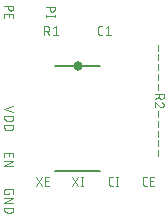
<source format=gbr>
G04 EAGLE Gerber RS-274X export*
G75*
%MOMM*%
%FSLAX34Y34*%
%LPD*%
%INSilkscreen Top*%
%IPPOS*%
%AMOC8*
5,1,8,0,0,1.08239X$1,22.5*%
G01*
%ADD10C,0.050800*%
%ADD11C,0.127000*%
%ADD12C,0.800000*%


D10*
X36987Y26956D02*
X36987Y25686D01*
X32754Y25686D01*
X32754Y28226D01*
X32756Y28307D01*
X32762Y28387D01*
X32771Y28467D01*
X32785Y28546D01*
X32802Y28625D01*
X32823Y28703D01*
X32847Y28780D01*
X32875Y28855D01*
X32907Y28929D01*
X32942Y29002D01*
X32981Y29073D01*
X33023Y29141D01*
X33068Y29208D01*
X33116Y29273D01*
X33168Y29335D01*
X33222Y29394D01*
X33279Y29451D01*
X33338Y29505D01*
X33400Y29557D01*
X33465Y29605D01*
X33532Y29650D01*
X33601Y29692D01*
X33671Y29731D01*
X33744Y29766D01*
X33818Y29798D01*
X33893Y29826D01*
X33970Y29850D01*
X34048Y29871D01*
X34127Y29888D01*
X34206Y29902D01*
X34286Y29911D01*
X34366Y29917D01*
X34447Y29919D01*
X34447Y29920D02*
X38681Y29920D01*
X38681Y29919D02*
X38762Y29917D01*
X38842Y29911D01*
X38922Y29902D01*
X39001Y29888D01*
X39080Y29871D01*
X39158Y29850D01*
X39235Y29826D01*
X39310Y29798D01*
X39384Y29766D01*
X39457Y29731D01*
X39527Y29692D01*
X39596Y29650D01*
X39663Y29605D01*
X39728Y29557D01*
X39790Y29505D01*
X39849Y29451D01*
X39906Y29394D01*
X39960Y29335D01*
X40012Y29273D01*
X40060Y29208D01*
X40105Y29141D01*
X40147Y29073D01*
X40186Y29002D01*
X40221Y28929D01*
X40253Y28855D01*
X40281Y28780D01*
X40305Y28703D01*
X40326Y28625D01*
X40343Y28546D01*
X40357Y28467D01*
X40366Y28387D01*
X40372Y28307D01*
X40374Y28226D01*
X40374Y25686D01*
X40374Y22117D02*
X32754Y22117D01*
X32754Y17883D02*
X40374Y22117D01*
X40374Y17883D02*
X32754Y17883D01*
X32754Y14314D02*
X40374Y14314D01*
X40374Y12197D01*
X40372Y12107D01*
X40366Y12017D01*
X40357Y11928D01*
X40344Y11839D01*
X40326Y11751D01*
X40306Y11664D01*
X40281Y11577D01*
X40253Y11492D01*
X40221Y11408D01*
X40186Y11325D01*
X40147Y11244D01*
X40105Y11165D01*
X40060Y11087D01*
X40011Y11012D01*
X39959Y10938D01*
X39904Y10867D01*
X39846Y10798D01*
X39785Y10732D01*
X39722Y10669D01*
X39656Y10608D01*
X39587Y10550D01*
X39516Y10495D01*
X39442Y10443D01*
X39367Y10394D01*
X39289Y10349D01*
X39210Y10307D01*
X39129Y10268D01*
X39046Y10233D01*
X38962Y10201D01*
X38877Y10173D01*
X38790Y10148D01*
X38703Y10128D01*
X38615Y10110D01*
X38526Y10097D01*
X38437Y10088D01*
X38347Y10082D01*
X38257Y10080D01*
X34871Y10080D01*
X34781Y10082D01*
X34691Y10088D01*
X34602Y10097D01*
X34513Y10110D01*
X34425Y10128D01*
X34338Y10148D01*
X34251Y10173D01*
X34166Y10201D01*
X34082Y10233D01*
X33999Y10268D01*
X33918Y10307D01*
X33839Y10349D01*
X33761Y10394D01*
X33686Y10443D01*
X33612Y10495D01*
X33541Y10550D01*
X33472Y10608D01*
X33406Y10669D01*
X33343Y10732D01*
X33282Y10798D01*
X33224Y10867D01*
X33169Y10938D01*
X33117Y11012D01*
X33068Y11087D01*
X33023Y11165D01*
X32981Y11244D01*
X32942Y11325D01*
X32907Y11408D01*
X32875Y11492D01*
X32847Y11577D01*
X32822Y11664D01*
X32802Y11751D01*
X32784Y11839D01*
X32771Y11928D01*
X32762Y12017D01*
X32756Y12107D01*
X32754Y12197D01*
X32754Y14314D01*
X114019Y160254D02*
X115713Y160254D01*
X114019Y160254D02*
X113938Y160256D01*
X113858Y160262D01*
X113778Y160271D01*
X113699Y160285D01*
X113620Y160302D01*
X113542Y160323D01*
X113465Y160347D01*
X113390Y160375D01*
X113316Y160407D01*
X113243Y160442D01*
X113173Y160481D01*
X113104Y160523D01*
X113037Y160568D01*
X112972Y160616D01*
X112910Y160668D01*
X112851Y160722D01*
X112794Y160779D01*
X112740Y160838D01*
X112688Y160900D01*
X112640Y160965D01*
X112595Y161032D01*
X112553Y161101D01*
X112514Y161171D01*
X112479Y161244D01*
X112447Y161318D01*
X112419Y161393D01*
X112395Y161470D01*
X112374Y161548D01*
X112357Y161627D01*
X112343Y161706D01*
X112334Y161786D01*
X112328Y161866D01*
X112326Y161947D01*
X112326Y166181D01*
X112328Y166262D01*
X112334Y166342D01*
X112343Y166422D01*
X112357Y166501D01*
X112374Y166580D01*
X112395Y166658D01*
X112419Y166735D01*
X112447Y166810D01*
X112479Y166884D01*
X112514Y166957D01*
X112553Y167027D01*
X112595Y167096D01*
X112640Y167163D01*
X112688Y167228D01*
X112740Y167290D01*
X112794Y167349D01*
X112851Y167406D01*
X112910Y167460D01*
X112972Y167512D01*
X113037Y167560D01*
X113104Y167605D01*
X113172Y167647D01*
X113243Y167686D01*
X113316Y167721D01*
X113390Y167753D01*
X113465Y167781D01*
X113542Y167805D01*
X113620Y167826D01*
X113699Y167843D01*
X113778Y167857D01*
X113858Y167866D01*
X113938Y167872D01*
X114019Y167874D01*
X115713Y167874D01*
X118441Y166181D02*
X120557Y167874D01*
X120557Y160254D01*
X118441Y160254D02*
X122674Y160254D01*
X151814Y32754D02*
X153508Y32754D01*
X151814Y32754D02*
X151733Y32756D01*
X151653Y32762D01*
X151573Y32771D01*
X151494Y32785D01*
X151415Y32802D01*
X151337Y32823D01*
X151260Y32847D01*
X151185Y32875D01*
X151111Y32907D01*
X151038Y32942D01*
X150968Y32981D01*
X150899Y33023D01*
X150832Y33068D01*
X150767Y33116D01*
X150705Y33168D01*
X150646Y33222D01*
X150589Y33279D01*
X150535Y33338D01*
X150483Y33400D01*
X150435Y33465D01*
X150390Y33532D01*
X150348Y33601D01*
X150309Y33671D01*
X150274Y33744D01*
X150242Y33818D01*
X150214Y33893D01*
X150190Y33970D01*
X150169Y34048D01*
X150152Y34127D01*
X150138Y34206D01*
X150129Y34286D01*
X150123Y34366D01*
X150121Y34447D01*
X150121Y38681D01*
X150123Y38762D01*
X150129Y38842D01*
X150138Y38922D01*
X150152Y39001D01*
X150169Y39080D01*
X150190Y39158D01*
X150214Y39235D01*
X150242Y39310D01*
X150274Y39384D01*
X150309Y39457D01*
X150348Y39527D01*
X150390Y39596D01*
X150435Y39663D01*
X150483Y39728D01*
X150535Y39790D01*
X150589Y39849D01*
X150646Y39906D01*
X150705Y39960D01*
X150767Y40012D01*
X150832Y40060D01*
X150899Y40105D01*
X150967Y40147D01*
X151038Y40186D01*
X151111Y40221D01*
X151185Y40253D01*
X151260Y40281D01*
X151337Y40305D01*
X151415Y40326D01*
X151494Y40343D01*
X151573Y40357D01*
X151653Y40366D01*
X151733Y40372D01*
X151814Y40374D01*
X153508Y40374D01*
X156492Y32754D02*
X159879Y32754D01*
X156492Y32754D02*
X156492Y40374D01*
X159879Y40374D01*
X159032Y36987D02*
X156492Y36987D01*
X124579Y32754D02*
X122886Y32754D01*
X122805Y32756D01*
X122725Y32762D01*
X122645Y32771D01*
X122566Y32785D01*
X122487Y32802D01*
X122409Y32823D01*
X122332Y32847D01*
X122257Y32875D01*
X122183Y32907D01*
X122110Y32942D01*
X122040Y32981D01*
X121971Y33023D01*
X121904Y33068D01*
X121839Y33116D01*
X121777Y33168D01*
X121718Y33222D01*
X121661Y33279D01*
X121607Y33338D01*
X121555Y33400D01*
X121507Y33465D01*
X121462Y33532D01*
X121420Y33601D01*
X121381Y33671D01*
X121346Y33744D01*
X121314Y33818D01*
X121286Y33893D01*
X121262Y33970D01*
X121241Y34048D01*
X121224Y34127D01*
X121210Y34206D01*
X121201Y34286D01*
X121195Y34366D01*
X121193Y34447D01*
X121192Y34447D02*
X121192Y38681D01*
X121193Y38681D02*
X121195Y38762D01*
X121201Y38842D01*
X121210Y38922D01*
X121224Y39001D01*
X121241Y39080D01*
X121262Y39158D01*
X121286Y39235D01*
X121314Y39310D01*
X121346Y39384D01*
X121381Y39457D01*
X121420Y39527D01*
X121462Y39596D01*
X121507Y39663D01*
X121555Y39728D01*
X121607Y39790D01*
X121661Y39849D01*
X121718Y39906D01*
X121777Y39960D01*
X121839Y40012D01*
X121904Y40060D01*
X121971Y40105D01*
X122039Y40147D01*
X122110Y40186D01*
X122183Y40221D01*
X122257Y40253D01*
X122332Y40281D01*
X122409Y40305D01*
X122487Y40326D01*
X122566Y40343D01*
X122645Y40357D01*
X122725Y40366D01*
X122805Y40372D01*
X122886Y40374D01*
X124579Y40374D01*
X127961Y40374D02*
X127961Y32754D01*
X127114Y32754D02*
X128808Y32754D01*
X128808Y40374D02*
X127114Y40374D01*
X32754Y56893D02*
X32754Y60280D01*
X40374Y60280D01*
X40374Y56893D01*
X36987Y57740D02*
X36987Y60280D01*
X40374Y53953D02*
X32754Y53953D01*
X32754Y49720D02*
X40374Y53953D01*
X40374Y49720D02*
X32754Y49720D01*
X32754Y185309D02*
X40374Y185309D01*
X40374Y183192D01*
X40372Y183101D01*
X40366Y183010D01*
X40356Y182919D01*
X40343Y182829D01*
X40325Y182740D01*
X40304Y182651D01*
X40279Y182564D01*
X40250Y182477D01*
X40217Y182392D01*
X40181Y182309D01*
X40141Y182227D01*
X40098Y182147D01*
X40051Y182068D01*
X40001Y181992D01*
X39948Y181918D01*
X39892Y181847D01*
X39832Y181778D01*
X39770Y181711D01*
X39705Y181648D01*
X39637Y181587D01*
X39567Y181529D01*
X39494Y181474D01*
X39419Y181422D01*
X39342Y181374D01*
X39262Y181329D01*
X39181Y181287D01*
X39099Y181249D01*
X39014Y181215D01*
X38928Y181184D01*
X38841Y181157D01*
X38753Y181134D01*
X38664Y181115D01*
X38575Y181099D01*
X38484Y181087D01*
X38394Y181079D01*
X38303Y181075D01*
X38211Y181075D01*
X38120Y181079D01*
X38030Y181087D01*
X37939Y181099D01*
X37850Y181115D01*
X37761Y181134D01*
X37673Y181157D01*
X37586Y181184D01*
X37500Y181215D01*
X37415Y181249D01*
X37333Y181287D01*
X37252Y181329D01*
X37172Y181374D01*
X37095Y181422D01*
X37020Y181474D01*
X36947Y181529D01*
X36877Y181587D01*
X36809Y181648D01*
X36744Y181711D01*
X36682Y181778D01*
X36622Y181847D01*
X36566Y181918D01*
X36513Y181992D01*
X36463Y182068D01*
X36416Y182147D01*
X36373Y182227D01*
X36333Y182309D01*
X36297Y182392D01*
X36264Y182477D01*
X36235Y182564D01*
X36210Y182651D01*
X36189Y182740D01*
X36171Y182829D01*
X36158Y182919D01*
X36148Y183010D01*
X36142Y183101D01*
X36140Y183192D01*
X36141Y183192D02*
X36141Y185309D01*
X32754Y178078D02*
X32754Y174691D01*
X32754Y178078D02*
X40374Y178078D01*
X40374Y174691D01*
X36987Y175538D02*
X36987Y178078D01*
X67754Y184238D02*
X75374Y184238D01*
X75374Y182121D01*
X75372Y182030D01*
X75366Y181939D01*
X75356Y181848D01*
X75343Y181758D01*
X75325Y181669D01*
X75304Y181580D01*
X75279Y181493D01*
X75250Y181406D01*
X75217Y181321D01*
X75181Y181238D01*
X75141Y181156D01*
X75098Y181076D01*
X75051Y180997D01*
X75001Y180921D01*
X74948Y180847D01*
X74892Y180776D01*
X74832Y180707D01*
X74770Y180640D01*
X74705Y180577D01*
X74637Y180516D01*
X74567Y180458D01*
X74494Y180403D01*
X74419Y180351D01*
X74342Y180303D01*
X74262Y180258D01*
X74181Y180216D01*
X74099Y180178D01*
X74014Y180144D01*
X73928Y180113D01*
X73841Y180086D01*
X73753Y180063D01*
X73664Y180044D01*
X73575Y180028D01*
X73484Y180016D01*
X73394Y180008D01*
X73303Y180004D01*
X73211Y180004D01*
X73120Y180008D01*
X73030Y180016D01*
X72939Y180028D01*
X72850Y180044D01*
X72761Y180063D01*
X72673Y180086D01*
X72586Y180113D01*
X72500Y180144D01*
X72415Y180178D01*
X72333Y180216D01*
X72252Y180258D01*
X72172Y180303D01*
X72095Y180351D01*
X72020Y180403D01*
X71947Y180458D01*
X71877Y180516D01*
X71809Y180577D01*
X71744Y180640D01*
X71682Y180707D01*
X71622Y180776D01*
X71566Y180847D01*
X71513Y180921D01*
X71463Y180997D01*
X71416Y181076D01*
X71373Y181156D01*
X71333Y181238D01*
X71297Y181321D01*
X71264Y181406D01*
X71235Y181493D01*
X71210Y181580D01*
X71189Y181669D01*
X71171Y181758D01*
X71158Y181848D01*
X71148Y181939D01*
X71142Y182030D01*
X71140Y182121D01*
X71141Y182121D02*
X71141Y184238D01*
X67754Y176609D02*
X75374Y176609D01*
X67754Y177456D02*
X67754Y175762D01*
X75374Y175762D02*
X75374Y177456D01*
X66747Y167874D02*
X66747Y160254D01*
X66747Y167874D02*
X68863Y167874D01*
X68954Y167872D01*
X69045Y167866D01*
X69136Y167856D01*
X69226Y167843D01*
X69315Y167825D01*
X69404Y167804D01*
X69491Y167779D01*
X69578Y167750D01*
X69663Y167717D01*
X69746Y167681D01*
X69828Y167641D01*
X69908Y167598D01*
X69987Y167551D01*
X70063Y167501D01*
X70137Y167448D01*
X70208Y167392D01*
X70277Y167332D01*
X70344Y167270D01*
X70407Y167205D01*
X70468Y167137D01*
X70526Y167067D01*
X70581Y166994D01*
X70633Y166919D01*
X70681Y166842D01*
X70726Y166762D01*
X70768Y166681D01*
X70806Y166599D01*
X70840Y166514D01*
X70871Y166428D01*
X70898Y166341D01*
X70921Y166253D01*
X70940Y166164D01*
X70956Y166075D01*
X70968Y165984D01*
X70976Y165894D01*
X70980Y165803D01*
X70980Y165711D01*
X70976Y165620D01*
X70968Y165530D01*
X70956Y165439D01*
X70940Y165350D01*
X70921Y165261D01*
X70898Y165173D01*
X70871Y165086D01*
X70840Y165000D01*
X70806Y164915D01*
X70768Y164833D01*
X70726Y164752D01*
X70681Y164672D01*
X70633Y164595D01*
X70581Y164520D01*
X70526Y164447D01*
X70468Y164377D01*
X70407Y164309D01*
X70344Y164244D01*
X70277Y164182D01*
X70208Y164122D01*
X70137Y164066D01*
X70063Y164013D01*
X69987Y163963D01*
X69908Y163916D01*
X69828Y163873D01*
X69746Y163833D01*
X69663Y163797D01*
X69578Y163764D01*
X69491Y163735D01*
X69404Y163710D01*
X69315Y163689D01*
X69226Y163671D01*
X69136Y163658D01*
X69045Y163648D01*
X68954Y163642D01*
X68863Y163640D01*
X68863Y163641D02*
X66747Y163641D01*
X69287Y163641D02*
X70980Y160254D01*
X74020Y166181D02*
X76137Y167874D01*
X76137Y160254D01*
X78253Y160254D02*
X74020Y160254D01*
X163217Y152285D02*
X163217Y147205D01*
X163217Y143994D02*
X163217Y138914D01*
X163217Y135704D02*
X163217Y130624D01*
X163217Y127413D02*
X163217Y122333D01*
X163217Y119122D02*
X163217Y114042D01*
X160254Y110610D02*
X167874Y110610D01*
X167874Y108494D01*
X167872Y108403D01*
X167866Y108312D01*
X167856Y108221D01*
X167843Y108131D01*
X167825Y108042D01*
X167804Y107953D01*
X167779Y107866D01*
X167750Y107779D01*
X167717Y107694D01*
X167681Y107611D01*
X167641Y107529D01*
X167598Y107449D01*
X167551Y107370D01*
X167501Y107294D01*
X167448Y107220D01*
X167392Y107149D01*
X167332Y107080D01*
X167270Y107013D01*
X167205Y106950D01*
X167137Y106889D01*
X167067Y106831D01*
X166994Y106776D01*
X166919Y106724D01*
X166842Y106676D01*
X166762Y106631D01*
X166681Y106589D01*
X166599Y106551D01*
X166514Y106517D01*
X166428Y106486D01*
X166341Y106459D01*
X166253Y106436D01*
X166164Y106417D01*
X166075Y106401D01*
X165984Y106389D01*
X165894Y106381D01*
X165803Y106377D01*
X165711Y106377D01*
X165620Y106381D01*
X165530Y106389D01*
X165439Y106401D01*
X165350Y106417D01*
X165261Y106436D01*
X165173Y106459D01*
X165086Y106486D01*
X165000Y106517D01*
X164915Y106551D01*
X164833Y106589D01*
X164752Y106631D01*
X164672Y106676D01*
X164595Y106724D01*
X164520Y106776D01*
X164447Y106831D01*
X164377Y106889D01*
X164309Y106950D01*
X164244Y107013D01*
X164182Y107080D01*
X164122Y107149D01*
X164066Y107220D01*
X164013Y107294D01*
X163963Y107370D01*
X163916Y107449D01*
X163873Y107529D01*
X163833Y107611D01*
X163797Y107694D01*
X163764Y107779D01*
X163735Y107866D01*
X163710Y107953D01*
X163689Y108042D01*
X163671Y108131D01*
X163658Y108221D01*
X163648Y108312D01*
X163642Y108403D01*
X163640Y108494D01*
X163641Y108494D02*
X163641Y110610D01*
X163641Y108070D02*
X160254Y106377D01*
X165969Y99104D02*
X166054Y99106D01*
X166140Y99112D01*
X166225Y99121D01*
X166309Y99135D01*
X166393Y99152D01*
X166476Y99173D01*
X166558Y99197D01*
X166638Y99225D01*
X166718Y99257D01*
X166796Y99293D01*
X166872Y99331D01*
X166946Y99374D01*
X167018Y99419D01*
X167089Y99468D01*
X167157Y99520D01*
X167222Y99574D01*
X167285Y99632D01*
X167346Y99693D01*
X167404Y99756D01*
X167458Y99821D01*
X167510Y99889D01*
X167559Y99960D01*
X167604Y100032D01*
X167647Y100106D01*
X167685Y100182D01*
X167721Y100260D01*
X167753Y100340D01*
X167781Y100420D01*
X167805Y100502D01*
X167826Y100585D01*
X167843Y100669D01*
X167857Y100753D01*
X167866Y100838D01*
X167872Y100924D01*
X167874Y101009D01*
X167872Y101105D01*
X167866Y101201D01*
X167857Y101297D01*
X167844Y101392D01*
X167827Y101487D01*
X167806Y101581D01*
X167782Y101674D01*
X167754Y101766D01*
X167723Y101857D01*
X167687Y101946D01*
X167649Y102034D01*
X167607Y102121D01*
X167562Y102205D01*
X167513Y102288D01*
X167461Y102369D01*
X167406Y102448D01*
X167348Y102525D01*
X167287Y102599D01*
X167223Y102671D01*
X167156Y102740D01*
X167087Y102807D01*
X167015Y102871D01*
X166941Y102932D01*
X166864Y102990D01*
X166785Y103045D01*
X166704Y103096D01*
X166621Y103145D01*
X166536Y103190D01*
X166450Y103232D01*
X166361Y103271D01*
X166272Y103306D01*
X166181Y103337D01*
X164487Y99739D02*
X164549Y99677D01*
X164613Y99618D01*
X164679Y99562D01*
X164748Y99508D01*
X164819Y99458D01*
X164893Y99410D01*
X164968Y99366D01*
X165045Y99325D01*
X165123Y99287D01*
X165203Y99253D01*
X165285Y99222D01*
X165368Y99194D01*
X165451Y99171D01*
X165536Y99150D01*
X165622Y99134D01*
X165708Y99121D01*
X165795Y99111D01*
X165882Y99106D01*
X165969Y99104D01*
X164487Y99739D02*
X160254Y103337D01*
X160254Y99104D01*
X163217Y95958D02*
X163217Y90878D01*
X163217Y87667D02*
X163217Y82587D01*
X163217Y79376D02*
X163217Y74296D01*
X163217Y71086D02*
X163217Y66006D01*
X163217Y62795D02*
X163217Y57715D01*
X40374Y100009D02*
X32754Y97469D01*
X40374Y94929D01*
X40374Y92027D02*
X32754Y92027D01*
X40374Y92027D02*
X40374Y89910D01*
X40372Y89820D01*
X40366Y89730D01*
X40357Y89641D01*
X40344Y89552D01*
X40326Y89464D01*
X40306Y89377D01*
X40281Y89290D01*
X40253Y89205D01*
X40221Y89121D01*
X40186Y89038D01*
X40147Y88957D01*
X40105Y88878D01*
X40060Y88800D01*
X40011Y88725D01*
X39959Y88651D01*
X39904Y88580D01*
X39846Y88511D01*
X39785Y88445D01*
X39722Y88382D01*
X39656Y88321D01*
X39587Y88263D01*
X39516Y88208D01*
X39442Y88156D01*
X39367Y88107D01*
X39289Y88062D01*
X39210Y88020D01*
X39129Y87981D01*
X39046Y87946D01*
X38962Y87914D01*
X38877Y87886D01*
X38790Y87861D01*
X38703Y87841D01*
X38615Y87823D01*
X38526Y87810D01*
X38437Y87801D01*
X38347Y87795D01*
X38257Y87793D01*
X38257Y87794D02*
X34871Y87794D01*
X34871Y87793D02*
X34781Y87795D01*
X34691Y87801D01*
X34602Y87810D01*
X34513Y87823D01*
X34425Y87841D01*
X34338Y87861D01*
X34251Y87886D01*
X34166Y87914D01*
X34082Y87946D01*
X33999Y87981D01*
X33918Y88020D01*
X33839Y88062D01*
X33761Y88107D01*
X33686Y88156D01*
X33612Y88208D01*
X33541Y88263D01*
X33472Y88321D01*
X33406Y88382D01*
X33343Y88445D01*
X33282Y88511D01*
X33224Y88580D01*
X33169Y88651D01*
X33117Y88725D01*
X33068Y88800D01*
X33023Y88878D01*
X32981Y88957D01*
X32942Y89038D01*
X32907Y89121D01*
X32875Y89205D01*
X32847Y89290D01*
X32822Y89377D01*
X32802Y89464D01*
X32784Y89552D01*
X32771Y89641D01*
X32762Y89730D01*
X32756Y89820D01*
X32754Y89910D01*
X32754Y92027D01*
X32754Y84224D02*
X40374Y84224D01*
X40374Y82107D01*
X40372Y82017D01*
X40366Y81927D01*
X40357Y81838D01*
X40344Y81749D01*
X40326Y81661D01*
X40306Y81574D01*
X40281Y81487D01*
X40253Y81402D01*
X40221Y81318D01*
X40186Y81235D01*
X40147Y81154D01*
X40105Y81075D01*
X40060Y80997D01*
X40011Y80922D01*
X39959Y80848D01*
X39904Y80777D01*
X39846Y80708D01*
X39785Y80642D01*
X39722Y80579D01*
X39656Y80518D01*
X39587Y80460D01*
X39516Y80405D01*
X39442Y80353D01*
X39367Y80304D01*
X39289Y80259D01*
X39210Y80217D01*
X39129Y80178D01*
X39046Y80143D01*
X38962Y80111D01*
X38877Y80083D01*
X38790Y80058D01*
X38703Y80038D01*
X38615Y80020D01*
X38526Y80007D01*
X38437Y79998D01*
X38347Y79992D01*
X38257Y79990D01*
X38257Y79991D02*
X34871Y79991D01*
X34871Y79990D02*
X34781Y79992D01*
X34691Y79998D01*
X34602Y80007D01*
X34513Y80020D01*
X34425Y80038D01*
X34338Y80058D01*
X34251Y80083D01*
X34166Y80111D01*
X34082Y80143D01*
X33999Y80178D01*
X33918Y80217D01*
X33839Y80259D01*
X33761Y80304D01*
X33686Y80353D01*
X33612Y80405D01*
X33541Y80460D01*
X33472Y80518D01*
X33406Y80579D01*
X33343Y80642D01*
X33282Y80708D01*
X33224Y80777D01*
X33169Y80848D01*
X33117Y80922D01*
X33068Y80997D01*
X33023Y81075D01*
X32981Y81154D01*
X32942Y81235D01*
X32907Y81318D01*
X32875Y81402D01*
X32847Y81487D01*
X32822Y81574D01*
X32802Y81661D01*
X32784Y81749D01*
X32771Y81838D01*
X32762Y81927D01*
X32756Y82017D01*
X32754Y82107D01*
X32754Y84224D01*
X64389Y40374D02*
X59309Y32754D01*
X64389Y32754D02*
X59309Y40374D01*
X67304Y32754D02*
X70691Y32754D01*
X67304Y32754D02*
X67304Y40374D01*
X70691Y40374D01*
X69844Y36987D02*
X67304Y36987D01*
X90381Y32754D02*
X95461Y40374D01*
X90381Y40374D02*
X95461Y32754D01*
X98773Y32754D02*
X98773Y40374D01*
X97926Y32754D02*
X99619Y32754D01*
X99619Y40374D02*
X97926Y40374D01*
D11*
X114050Y134450D02*
X75950Y134450D01*
X75950Y45550D02*
X114050Y45550D01*
D12*
X95000Y134450D03*
M02*

</source>
